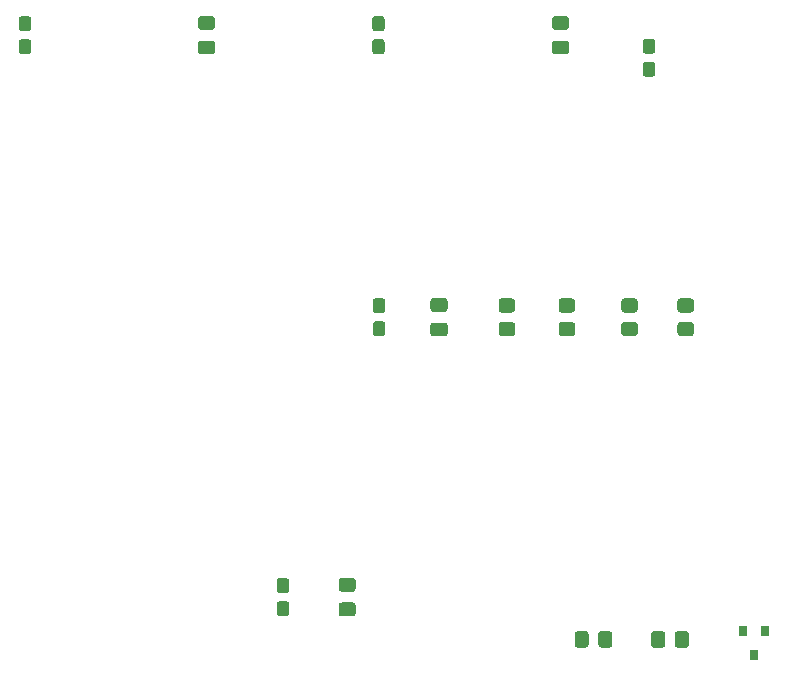
<source format=gbr>
%TF.GenerationSoftware,KiCad,Pcbnew,(5.1.8)-1*%
%TF.CreationDate,2021-07-13T09:26:45+05:30*%
%TF.ProjectId,rfsm,7266736d-2e6b-4696-9361-645f70636258,rev?*%
%TF.SameCoordinates,Original*%
%TF.FileFunction,Paste,Top*%
%TF.FilePolarity,Positive*%
%FSLAX46Y46*%
G04 Gerber Fmt 4.6, Leading zero omitted, Abs format (unit mm)*
G04 Created by KiCad (PCBNEW (5.1.8)-1) date 2021-07-13 09:26:45*
%MOMM*%
%LPD*%
G01*
G04 APERTURE LIST*
%ADD10R,0.800000X0.900000*%
G04 APERTURE END LIST*
%TO.C,C17*%
G36*
G01*
X227054999Y-72715000D02*
X227605001Y-72715000D01*
G75*
G02*
X227855000Y-72964999I0J-249999D01*
G01*
X227855000Y-73765001D01*
G75*
G02*
X227605001Y-74015000I-249999J0D01*
G01*
X227054999Y-74015000D01*
G75*
G02*
X226805000Y-73765001I0J249999D01*
G01*
X226805000Y-72964999D01*
G75*
G02*
X227054999Y-72715000I249999J0D01*
G01*
G37*
G36*
G01*
X227054999Y-70765000D02*
X227605001Y-70765000D01*
G75*
G02*
X227855000Y-71014999I0J-249999D01*
G01*
X227855000Y-71815001D01*
G75*
G02*
X227605001Y-72065000I-249999J0D01*
G01*
X227054999Y-72065000D01*
G75*
G02*
X226805000Y-71815001I0J249999D01*
G01*
X226805000Y-71014999D01*
G75*
G02*
X227054999Y-70765000I249999J0D01*
G01*
G37*
%TD*%
%TO.C,C1*%
G36*
G01*
X220312000Y-72110000D02*
X219362000Y-72110000D01*
G75*
G02*
X219112000Y-71860000I0J250000D01*
G01*
X219112000Y-71185000D01*
G75*
G02*
X219362000Y-70935000I250000J0D01*
G01*
X220312000Y-70935000D01*
G75*
G02*
X220562000Y-71185000I0J-250000D01*
G01*
X220562000Y-71860000D01*
G75*
G02*
X220312000Y-72110000I-250000J0D01*
G01*
G37*
G36*
G01*
X220312000Y-70035000D02*
X219362000Y-70035000D01*
G75*
G02*
X219112000Y-69785000I0J250000D01*
G01*
X219112000Y-69110000D01*
G75*
G02*
X219362000Y-68860000I250000J0D01*
G01*
X220312000Y-68860000D01*
G75*
G02*
X220562000Y-69110000I0J-250000D01*
G01*
X220562000Y-69785000D01*
G75*
G02*
X220312000Y-70035000I-250000J0D01*
G01*
G37*
%TD*%
%TO.C,C2*%
G36*
G01*
X204694201Y-72110000D02*
X204144199Y-72110000D01*
G75*
G02*
X203894200Y-71860001I0J249999D01*
G01*
X203894200Y-71059999D01*
G75*
G02*
X204144199Y-70810000I249999J0D01*
G01*
X204694201Y-70810000D01*
G75*
G02*
X204944200Y-71059999I0J-249999D01*
G01*
X204944200Y-71860001D01*
G75*
G02*
X204694201Y-72110000I-249999J0D01*
G01*
G37*
G36*
G01*
X204694201Y-70160000D02*
X204144199Y-70160000D01*
G75*
G02*
X203894200Y-69910001I0J249999D01*
G01*
X203894200Y-69109999D01*
G75*
G02*
X204144199Y-68860000I249999J0D01*
G01*
X204694201Y-68860000D01*
G75*
G02*
X204944200Y-69109999I0J-249999D01*
G01*
X204944200Y-69910001D01*
G75*
G02*
X204694201Y-70160000I-249999J0D01*
G01*
G37*
%TD*%
%TO.C,C3*%
G36*
G01*
X204201599Y-92736000D02*
X204751601Y-92736000D01*
G75*
G02*
X205001600Y-92985999I0J-249999D01*
G01*
X205001600Y-93786001D01*
G75*
G02*
X204751601Y-94036000I-249999J0D01*
G01*
X204201599Y-94036000D01*
G75*
G02*
X203951600Y-93786001I0J249999D01*
G01*
X203951600Y-92985999D01*
G75*
G02*
X204201599Y-92736000I249999J0D01*
G01*
G37*
G36*
G01*
X204201599Y-94686000D02*
X204751601Y-94686000D01*
G75*
G02*
X205001600Y-94935999I0J-249999D01*
G01*
X205001600Y-95736001D01*
G75*
G02*
X204751601Y-95986000I-249999J0D01*
G01*
X204201599Y-95986000D01*
G75*
G02*
X203951600Y-95736001I0J249999D01*
G01*
X203951600Y-94935999D01*
G75*
G02*
X204201599Y-94686000I249999J0D01*
G01*
G37*
%TD*%
%TO.C,C4*%
G36*
G01*
X209078400Y-92736000D02*
X210028400Y-92736000D01*
G75*
G02*
X210278400Y-92986000I0J-250000D01*
G01*
X210278400Y-93661000D01*
G75*
G02*
X210028400Y-93911000I-250000J0D01*
G01*
X209078400Y-93911000D01*
G75*
G02*
X208828400Y-93661000I0J250000D01*
G01*
X208828400Y-92986000D01*
G75*
G02*
X209078400Y-92736000I250000J0D01*
G01*
G37*
G36*
G01*
X209078400Y-94811000D02*
X210028400Y-94811000D01*
G75*
G02*
X210278400Y-95061000I0J-250000D01*
G01*
X210278400Y-95736000D01*
G75*
G02*
X210028400Y-95986000I-250000J0D01*
G01*
X209078400Y-95986000D01*
G75*
G02*
X208828400Y-95736000I0J250000D01*
G01*
X208828400Y-95061000D01*
G75*
G02*
X209078400Y-94811000I250000J0D01*
G01*
G37*
%TD*%
%TO.C,C5*%
G36*
G01*
X201302600Y-118509200D02*
X202252600Y-118509200D01*
G75*
G02*
X202502600Y-118759200I0J-250000D01*
G01*
X202502600Y-119434200D01*
G75*
G02*
X202252600Y-119684200I-250000J0D01*
G01*
X201302600Y-119684200D01*
G75*
G02*
X201052600Y-119434200I0J250000D01*
G01*
X201052600Y-118759200D01*
G75*
G02*
X201302600Y-118509200I250000J0D01*
G01*
G37*
G36*
G01*
X201302600Y-116434200D02*
X202252600Y-116434200D01*
G75*
G02*
X202502600Y-116684200I0J-250000D01*
G01*
X202502600Y-117359200D01*
G75*
G02*
X202252600Y-117609200I-250000J0D01*
G01*
X201302600Y-117609200D01*
G75*
G02*
X201052600Y-117359200I0J250000D01*
G01*
X201052600Y-116684200D01*
G75*
G02*
X201302600Y-116434200I250000J0D01*
G01*
G37*
%TD*%
%TO.C,C6*%
G36*
G01*
X196066999Y-118384200D02*
X196617001Y-118384200D01*
G75*
G02*
X196867000Y-118634199I0J-249999D01*
G01*
X196867000Y-119434201D01*
G75*
G02*
X196617001Y-119684200I-249999J0D01*
G01*
X196066999Y-119684200D01*
G75*
G02*
X195817000Y-119434201I0J249999D01*
G01*
X195817000Y-118634199D01*
G75*
G02*
X196066999Y-118384200I249999J0D01*
G01*
G37*
G36*
G01*
X196066999Y-116434200D02*
X196617001Y-116434200D01*
G75*
G02*
X196867000Y-116684199I0J-249999D01*
G01*
X196867000Y-117484201D01*
G75*
G02*
X196617001Y-117734200I-249999J0D01*
G01*
X196066999Y-117734200D01*
G75*
G02*
X195817000Y-117484201I0J249999D01*
G01*
X195817000Y-116684199D01*
G75*
G02*
X196066999Y-116434200I249999J0D01*
G01*
G37*
%TD*%
%TO.C,C7*%
G36*
G01*
X190340000Y-70035000D02*
X189390000Y-70035000D01*
G75*
G02*
X189140000Y-69785000I0J250000D01*
G01*
X189140000Y-69110000D01*
G75*
G02*
X189390000Y-68860000I250000J0D01*
G01*
X190340000Y-68860000D01*
G75*
G02*
X190590000Y-69110000I0J-250000D01*
G01*
X190590000Y-69785000D01*
G75*
G02*
X190340000Y-70035000I-250000J0D01*
G01*
G37*
G36*
G01*
X190340000Y-72110000D02*
X189390000Y-72110000D01*
G75*
G02*
X189140000Y-71860000I0J250000D01*
G01*
X189140000Y-71185000D01*
G75*
G02*
X189390000Y-70935000I250000J0D01*
G01*
X190340000Y-70935000D01*
G75*
G02*
X190590000Y-71185000I0J-250000D01*
G01*
X190590000Y-71860000D01*
G75*
G02*
X190340000Y-72110000I-250000J0D01*
G01*
G37*
%TD*%
%TO.C,C8*%
G36*
G01*
X174773001Y-70160000D02*
X174222999Y-70160000D01*
G75*
G02*
X173973000Y-69910001I0J249999D01*
G01*
X173973000Y-69109999D01*
G75*
G02*
X174222999Y-68860000I249999J0D01*
G01*
X174773001Y-68860000D01*
G75*
G02*
X175023000Y-69109999I0J-249999D01*
G01*
X175023000Y-69910001D01*
G75*
G02*
X174773001Y-70160000I-249999J0D01*
G01*
G37*
G36*
G01*
X174773001Y-72110000D02*
X174222999Y-72110000D01*
G75*
G02*
X173973000Y-71860001I0J249999D01*
G01*
X173973000Y-71059999D01*
G75*
G02*
X174222999Y-70810000I249999J0D01*
G01*
X174773001Y-70810000D01*
G75*
G02*
X175023000Y-71059999I0J-249999D01*
G01*
X175023000Y-71860001D01*
G75*
G02*
X174773001Y-72110000I-249999J0D01*
G01*
G37*
%TD*%
D10*
%TO.C,Q1*%
X237170000Y-120920000D03*
X235270000Y-120920000D03*
X236220000Y-122920000D03*
%TD*%
%TO.C,R1*%
G36*
G01*
X230708000Y-121190599D02*
X230708000Y-122090601D01*
G75*
G02*
X230458001Y-122340600I-249999J0D01*
G01*
X229757999Y-122340600D01*
G75*
G02*
X229508000Y-122090601I0J249999D01*
G01*
X229508000Y-121190599D01*
G75*
G02*
X229757999Y-120940600I249999J0D01*
G01*
X230458001Y-120940600D01*
G75*
G02*
X230708000Y-121190599I0J-249999D01*
G01*
G37*
G36*
G01*
X228708000Y-121190599D02*
X228708000Y-122090601D01*
G75*
G02*
X228458001Y-122340600I-249999J0D01*
G01*
X227757999Y-122340600D01*
G75*
G02*
X227508000Y-122090601I0J249999D01*
G01*
X227508000Y-121190599D01*
G75*
G02*
X227757999Y-120940600I249999J0D01*
G01*
X228458001Y-120940600D01*
G75*
G02*
X228708000Y-121190599I0J-249999D01*
G01*
G37*
%TD*%
%TO.C,R2*%
G36*
G01*
X214846999Y-94761000D02*
X215747001Y-94761000D01*
G75*
G02*
X215997000Y-95010999I0J-249999D01*
G01*
X215997000Y-95711001D01*
G75*
G02*
X215747001Y-95961000I-249999J0D01*
G01*
X214846999Y-95961000D01*
G75*
G02*
X214597000Y-95711001I0J249999D01*
G01*
X214597000Y-95010999D01*
G75*
G02*
X214846999Y-94761000I249999J0D01*
G01*
G37*
G36*
G01*
X214846999Y-92761000D02*
X215747001Y-92761000D01*
G75*
G02*
X215997000Y-93010999I0J-249999D01*
G01*
X215997000Y-93711001D01*
G75*
G02*
X215747001Y-93961000I-249999J0D01*
G01*
X214846999Y-93961000D01*
G75*
G02*
X214597000Y-93711001I0J249999D01*
G01*
X214597000Y-93010999D01*
G75*
G02*
X214846999Y-92761000I249999J0D01*
G01*
G37*
%TD*%
%TO.C,R3*%
G36*
G01*
X219926999Y-94761000D02*
X220827001Y-94761000D01*
G75*
G02*
X221077000Y-95010999I0J-249999D01*
G01*
X221077000Y-95711001D01*
G75*
G02*
X220827001Y-95961000I-249999J0D01*
G01*
X219926999Y-95961000D01*
G75*
G02*
X219677000Y-95711001I0J249999D01*
G01*
X219677000Y-95010999D01*
G75*
G02*
X219926999Y-94761000I249999J0D01*
G01*
G37*
G36*
G01*
X219926999Y-92761000D02*
X220827001Y-92761000D01*
G75*
G02*
X221077000Y-93010999I0J-249999D01*
G01*
X221077000Y-93711001D01*
G75*
G02*
X220827001Y-93961000I-249999J0D01*
G01*
X219926999Y-93961000D01*
G75*
G02*
X219677000Y-93711001I0J249999D01*
G01*
X219677000Y-93010999D01*
G75*
G02*
X219926999Y-92761000I249999J0D01*
G01*
G37*
%TD*%
%TO.C,R4*%
G36*
G01*
X225235599Y-92761000D02*
X226135601Y-92761000D01*
G75*
G02*
X226385600Y-93010999I0J-249999D01*
G01*
X226385600Y-93711001D01*
G75*
G02*
X226135601Y-93961000I-249999J0D01*
G01*
X225235599Y-93961000D01*
G75*
G02*
X224985600Y-93711001I0J249999D01*
G01*
X224985600Y-93010999D01*
G75*
G02*
X225235599Y-92761000I249999J0D01*
G01*
G37*
G36*
G01*
X225235599Y-94761000D02*
X226135601Y-94761000D01*
G75*
G02*
X226385600Y-95010999I0J-249999D01*
G01*
X226385600Y-95711001D01*
G75*
G02*
X226135601Y-95961000I-249999J0D01*
G01*
X225235599Y-95961000D01*
G75*
G02*
X224985600Y-95711001I0J249999D01*
G01*
X224985600Y-95010999D01*
G75*
G02*
X225235599Y-94761000I249999J0D01*
G01*
G37*
%TD*%
%TO.C,R5*%
G36*
G01*
X229985399Y-94761000D02*
X230885401Y-94761000D01*
G75*
G02*
X231135400Y-95010999I0J-249999D01*
G01*
X231135400Y-95711001D01*
G75*
G02*
X230885401Y-95961000I-249999J0D01*
G01*
X229985399Y-95961000D01*
G75*
G02*
X229735400Y-95711001I0J249999D01*
G01*
X229735400Y-95010999D01*
G75*
G02*
X229985399Y-94761000I249999J0D01*
G01*
G37*
G36*
G01*
X229985399Y-92761000D02*
X230885401Y-92761000D01*
G75*
G02*
X231135400Y-93010999I0J-249999D01*
G01*
X231135400Y-93711001D01*
G75*
G02*
X230885401Y-93961000I-249999J0D01*
G01*
X229985399Y-93961000D01*
G75*
G02*
X229735400Y-93711001I0J249999D01*
G01*
X229735400Y-93010999D01*
G75*
G02*
X229985399Y-92761000I249999J0D01*
G01*
G37*
%TD*%
%TO.C,R6*%
G36*
G01*
X221031000Y-122090601D02*
X221031000Y-121190599D01*
G75*
G02*
X221280999Y-120940600I249999J0D01*
G01*
X221981001Y-120940600D01*
G75*
G02*
X222231000Y-121190599I0J-249999D01*
G01*
X222231000Y-122090601D01*
G75*
G02*
X221981001Y-122340600I-249999J0D01*
G01*
X221280999Y-122340600D01*
G75*
G02*
X221031000Y-122090601I0J249999D01*
G01*
G37*
G36*
G01*
X223031000Y-122090601D02*
X223031000Y-121190599D01*
G75*
G02*
X223280999Y-120940600I249999J0D01*
G01*
X223981001Y-120940600D01*
G75*
G02*
X224231000Y-121190599I0J-249999D01*
G01*
X224231000Y-122090601D01*
G75*
G02*
X223981001Y-122340600I-249999J0D01*
G01*
X223280999Y-122340600D01*
G75*
G02*
X223031000Y-122090601I0J249999D01*
G01*
G37*
%TD*%
M02*

</source>
